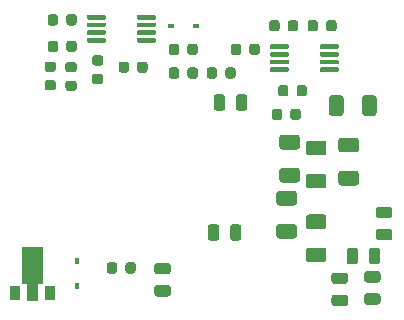
<source format=gbr>
%TF.GenerationSoftware,KiCad,Pcbnew,(5.1.6)-1*%
%TF.CreationDate,2021-07-30T20:13:56+02:00*%
%TF.ProjectId,mu-ltz,6d752d6c-747a-42e6-9b69-6361645f7063,rev?*%
%TF.SameCoordinates,Original*%
%TF.FileFunction,Paste,Top*%
%TF.FilePolarity,Positive*%
%FSLAX46Y46*%
G04 Gerber Fmt 4.6, Leading zero omitted, Abs format (unit mm)*
G04 Created by KiCad (PCBNEW (5.1.6)-1) date 2021-07-30 20:13:56*
%MOMM*%
%LPD*%
G01*
G04 APERTURE LIST*
%ADD10C,0.150000*%
%ADD11R,0.900000X1.300000*%
%ADD12R,0.600000X0.450000*%
%ADD13R,0.450000X0.600000*%
G04 APERTURE END LIST*
%TO.C,R10*%
G36*
G01*
X121150000Y-47743750D02*
X121150000Y-48256250D01*
G75*
G02*
X120931250Y-48475000I-218750J0D01*
G01*
X120493750Y-48475000D01*
G75*
G02*
X120275000Y-48256250I0J218750D01*
G01*
X120275000Y-47743750D01*
G75*
G02*
X120493750Y-47525000I218750J0D01*
G01*
X120931250Y-47525000D01*
G75*
G02*
X121150000Y-47743750I0J-218750D01*
G01*
G37*
G36*
G01*
X122725000Y-47743750D02*
X122725000Y-48256250D01*
G75*
G02*
X122506250Y-48475000I-218750J0D01*
G01*
X122068750Y-48475000D01*
G75*
G02*
X121850000Y-48256250I0J218750D01*
G01*
X121850000Y-47743750D01*
G75*
G02*
X122068750Y-47525000I218750J0D01*
G01*
X122506250Y-47525000D01*
G75*
G02*
X122725000Y-47743750I0J-218750D01*
G01*
G37*
%TD*%
D10*
%TO.C,Q1*%
G36*
X104366500Y-64700000D02*
G01*
X104366500Y-67825000D01*
X103950000Y-67825000D01*
X103950000Y-69300000D01*
X103050000Y-69300000D01*
X103050000Y-67825000D01*
X102633500Y-67825000D01*
X102633500Y-64700000D01*
X104366500Y-64700000D01*
G37*
D11*
X105000000Y-68650000D03*
X102000000Y-68650000D03*
%TD*%
%TO.C,C6*%
G36*
G01*
X132706250Y-67737500D02*
X131793750Y-67737500D01*
G75*
G02*
X131550000Y-67493750I0J243750D01*
G01*
X131550000Y-67006250D01*
G75*
G02*
X131793750Y-66762500I243750J0D01*
G01*
X132706250Y-66762500D01*
G75*
G02*
X132950000Y-67006250I0J-243750D01*
G01*
X132950000Y-67493750D01*
G75*
G02*
X132706250Y-67737500I-243750J0D01*
G01*
G37*
G36*
G01*
X132706250Y-69612500D02*
X131793750Y-69612500D01*
G75*
G02*
X131550000Y-69368750I0J243750D01*
G01*
X131550000Y-68881250D01*
G75*
G02*
X131793750Y-68637500I243750J0D01*
G01*
X132706250Y-68637500D01*
G75*
G02*
X132950000Y-68881250I0J-243750D01*
G01*
X132950000Y-69368750D01*
G75*
G02*
X132706250Y-69612500I-243750J0D01*
G01*
G37*
%TD*%
%TO.C,C8*%
G36*
G01*
X112350000Y-49756250D02*
X112350000Y-49243750D01*
G75*
G02*
X112568750Y-49025000I218750J0D01*
G01*
X113006250Y-49025000D01*
G75*
G02*
X113225000Y-49243750I0J-218750D01*
G01*
X113225000Y-49756250D01*
G75*
G02*
X113006250Y-49975000I-218750J0D01*
G01*
X112568750Y-49975000D01*
G75*
G02*
X112350000Y-49756250I0J218750D01*
G01*
G37*
G36*
G01*
X110775000Y-49756250D02*
X110775000Y-49243750D01*
G75*
G02*
X110993750Y-49025000I218750J0D01*
G01*
X111431250Y-49025000D01*
G75*
G02*
X111650000Y-49243750I0J-218750D01*
G01*
X111650000Y-49756250D01*
G75*
G02*
X111431250Y-49975000I-218750J0D01*
G01*
X110993750Y-49975000D01*
G75*
G02*
X110775000Y-49756250I0J218750D01*
G01*
G37*
%TD*%
%TO.C,U3*%
G36*
G01*
X127800000Y-47875000D02*
X127800000Y-47675000D01*
G75*
G02*
X127900000Y-47575000I100000J0D01*
G01*
X129325000Y-47575000D01*
G75*
G02*
X129425000Y-47675000I0J-100000D01*
G01*
X129425000Y-47875000D01*
G75*
G02*
X129325000Y-47975000I-100000J0D01*
G01*
X127900000Y-47975000D01*
G75*
G02*
X127800000Y-47875000I0J100000D01*
G01*
G37*
G36*
G01*
X127800000Y-48525000D02*
X127800000Y-48325000D01*
G75*
G02*
X127900000Y-48225000I100000J0D01*
G01*
X129325000Y-48225000D01*
G75*
G02*
X129425000Y-48325000I0J-100000D01*
G01*
X129425000Y-48525000D01*
G75*
G02*
X129325000Y-48625000I-100000J0D01*
G01*
X127900000Y-48625000D01*
G75*
G02*
X127800000Y-48525000I0J100000D01*
G01*
G37*
G36*
G01*
X127800000Y-49175000D02*
X127800000Y-48975000D01*
G75*
G02*
X127900000Y-48875000I100000J0D01*
G01*
X129325000Y-48875000D01*
G75*
G02*
X129425000Y-48975000I0J-100000D01*
G01*
X129425000Y-49175000D01*
G75*
G02*
X129325000Y-49275000I-100000J0D01*
G01*
X127900000Y-49275000D01*
G75*
G02*
X127800000Y-49175000I0J100000D01*
G01*
G37*
G36*
G01*
X127800000Y-49825000D02*
X127800000Y-49625000D01*
G75*
G02*
X127900000Y-49525000I100000J0D01*
G01*
X129325000Y-49525000D01*
G75*
G02*
X129425000Y-49625000I0J-100000D01*
G01*
X129425000Y-49825000D01*
G75*
G02*
X129325000Y-49925000I-100000J0D01*
G01*
X127900000Y-49925000D01*
G75*
G02*
X127800000Y-49825000I0J100000D01*
G01*
G37*
G36*
G01*
X123575000Y-49825000D02*
X123575000Y-49625000D01*
G75*
G02*
X123675000Y-49525000I100000J0D01*
G01*
X125100000Y-49525000D01*
G75*
G02*
X125200000Y-49625000I0J-100000D01*
G01*
X125200000Y-49825000D01*
G75*
G02*
X125100000Y-49925000I-100000J0D01*
G01*
X123675000Y-49925000D01*
G75*
G02*
X123575000Y-49825000I0J100000D01*
G01*
G37*
G36*
G01*
X123575000Y-49175000D02*
X123575000Y-48975000D01*
G75*
G02*
X123675000Y-48875000I100000J0D01*
G01*
X125100000Y-48875000D01*
G75*
G02*
X125200000Y-48975000I0J-100000D01*
G01*
X125200000Y-49175000D01*
G75*
G02*
X125100000Y-49275000I-100000J0D01*
G01*
X123675000Y-49275000D01*
G75*
G02*
X123575000Y-49175000I0J100000D01*
G01*
G37*
G36*
G01*
X123575000Y-48525000D02*
X123575000Y-48325000D01*
G75*
G02*
X123675000Y-48225000I100000J0D01*
G01*
X125100000Y-48225000D01*
G75*
G02*
X125200000Y-48325000I0J-100000D01*
G01*
X125200000Y-48525000D01*
G75*
G02*
X125100000Y-48625000I-100000J0D01*
G01*
X123675000Y-48625000D01*
G75*
G02*
X123575000Y-48525000I0J100000D01*
G01*
G37*
G36*
G01*
X123575000Y-47875000D02*
X123575000Y-47675000D01*
G75*
G02*
X123675000Y-47575000I100000J0D01*
G01*
X125100000Y-47575000D01*
G75*
G02*
X125200000Y-47675000I0J-100000D01*
G01*
X125200000Y-47875000D01*
G75*
G02*
X125100000Y-47975000I-100000J0D01*
G01*
X123675000Y-47975000D01*
G75*
G02*
X123575000Y-47875000I0J100000D01*
G01*
G37*
%TD*%
%TO.C,U2*%
G36*
G01*
X112300000Y-45375000D02*
X112300000Y-45175000D01*
G75*
G02*
X112400000Y-45075000I100000J0D01*
G01*
X113825000Y-45075000D01*
G75*
G02*
X113925000Y-45175000I0J-100000D01*
G01*
X113925000Y-45375000D01*
G75*
G02*
X113825000Y-45475000I-100000J0D01*
G01*
X112400000Y-45475000D01*
G75*
G02*
X112300000Y-45375000I0J100000D01*
G01*
G37*
G36*
G01*
X112300000Y-46025000D02*
X112300000Y-45825000D01*
G75*
G02*
X112400000Y-45725000I100000J0D01*
G01*
X113825000Y-45725000D01*
G75*
G02*
X113925000Y-45825000I0J-100000D01*
G01*
X113925000Y-46025000D01*
G75*
G02*
X113825000Y-46125000I-100000J0D01*
G01*
X112400000Y-46125000D01*
G75*
G02*
X112300000Y-46025000I0J100000D01*
G01*
G37*
G36*
G01*
X112300000Y-46675000D02*
X112300000Y-46475000D01*
G75*
G02*
X112400000Y-46375000I100000J0D01*
G01*
X113825000Y-46375000D01*
G75*
G02*
X113925000Y-46475000I0J-100000D01*
G01*
X113925000Y-46675000D01*
G75*
G02*
X113825000Y-46775000I-100000J0D01*
G01*
X112400000Y-46775000D01*
G75*
G02*
X112300000Y-46675000I0J100000D01*
G01*
G37*
G36*
G01*
X112300000Y-47325000D02*
X112300000Y-47125000D01*
G75*
G02*
X112400000Y-47025000I100000J0D01*
G01*
X113825000Y-47025000D01*
G75*
G02*
X113925000Y-47125000I0J-100000D01*
G01*
X113925000Y-47325000D01*
G75*
G02*
X113825000Y-47425000I-100000J0D01*
G01*
X112400000Y-47425000D01*
G75*
G02*
X112300000Y-47325000I0J100000D01*
G01*
G37*
G36*
G01*
X108075000Y-47325000D02*
X108075000Y-47125000D01*
G75*
G02*
X108175000Y-47025000I100000J0D01*
G01*
X109600000Y-47025000D01*
G75*
G02*
X109700000Y-47125000I0J-100000D01*
G01*
X109700000Y-47325000D01*
G75*
G02*
X109600000Y-47425000I-100000J0D01*
G01*
X108175000Y-47425000D01*
G75*
G02*
X108075000Y-47325000I0J100000D01*
G01*
G37*
G36*
G01*
X108075000Y-46675000D02*
X108075000Y-46475000D01*
G75*
G02*
X108175000Y-46375000I100000J0D01*
G01*
X109600000Y-46375000D01*
G75*
G02*
X109700000Y-46475000I0J-100000D01*
G01*
X109700000Y-46675000D01*
G75*
G02*
X109600000Y-46775000I-100000J0D01*
G01*
X108175000Y-46775000D01*
G75*
G02*
X108075000Y-46675000I0J100000D01*
G01*
G37*
G36*
G01*
X108075000Y-46025000D02*
X108075000Y-45825000D01*
G75*
G02*
X108175000Y-45725000I100000J0D01*
G01*
X109600000Y-45725000D01*
G75*
G02*
X109700000Y-45825000I0J-100000D01*
G01*
X109700000Y-46025000D01*
G75*
G02*
X109600000Y-46125000I-100000J0D01*
G01*
X108175000Y-46125000D01*
G75*
G02*
X108075000Y-46025000I0J100000D01*
G01*
G37*
G36*
G01*
X108075000Y-45375000D02*
X108075000Y-45175000D01*
G75*
G02*
X108175000Y-45075000I100000J0D01*
G01*
X109600000Y-45075000D01*
G75*
G02*
X109700000Y-45175000I0J-100000D01*
G01*
X109700000Y-45375000D01*
G75*
G02*
X109600000Y-45475000I-100000J0D01*
G01*
X108175000Y-45475000D01*
G75*
G02*
X108075000Y-45375000I0J100000D01*
G01*
G37*
%TD*%
%TO.C,R22*%
G36*
G01*
X129625000Y-58275000D02*
X130875000Y-58275000D01*
G75*
G02*
X131125000Y-58525000I0J-250000D01*
G01*
X131125000Y-59275000D01*
G75*
G02*
X130875000Y-59525000I-250000J0D01*
G01*
X129625000Y-59525000D01*
G75*
G02*
X129375000Y-59275000I0J250000D01*
G01*
X129375000Y-58525000D01*
G75*
G02*
X129625000Y-58275000I250000J0D01*
G01*
G37*
G36*
G01*
X129625000Y-55475000D02*
X130875000Y-55475000D01*
G75*
G02*
X131125000Y-55725000I0J-250000D01*
G01*
X131125000Y-56475000D01*
G75*
G02*
X130875000Y-56725000I-250000J0D01*
G01*
X129625000Y-56725000D01*
G75*
G02*
X129375000Y-56475000I0J250000D01*
G01*
X129375000Y-55725000D01*
G75*
G02*
X129625000Y-55475000I250000J0D01*
G01*
G37*
%TD*%
%TO.C,R21*%
G36*
G01*
X125875000Y-56475000D02*
X124625000Y-56475000D01*
G75*
G02*
X124375000Y-56225000I0J250000D01*
G01*
X124375000Y-55475000D01*
G75*
G02*
X124625000Y-55225000I250000J0D01*
G01*
X125875000Y-55225000D01*
G75*
G02*
X126125000Y-55475000I0J-250000D01*
G01*
X126125000Y-56225000D01*
G75*
G02*
X125875000Y-56475000I-250000J0D01*
G01*
G37*
G36*
G01*
X125875000Y-59275000D02*
X124625000Y-59275000D01*
G75*
G02*
X124375000Y-59025000I0J250000D01*
G01*
X124375000Y-58275000D01*
G75*
G02*
X124625000Y-58025000I250000J0D01*
G01*
X125875000Y-58025000D01*
G75*
G02*
X126125000Y-58275000I0J-250000D01*
G01*
X126125000Y-59025000D01*
G75*
G02*
X125875000Y-59275000I-250000J0D01*
G01*
G37*
%TD*%
%TO.C,R20*%
G36*
G01*
X131375000Y-53375000D02*
X131375000Y-52125000D01*
G75*
G02*
X131625000Y-51875000I250000J0D01*
G01*
X132375000Y-51875000D01*
G75*
G02*
X132625000Y-52125000I0J-250000D01*
G01*
X132625000Y-53375000D01*
G75*
G02*
X132375000Y-53625000I-250000J0D01*
G01*
X131625000Y-53625000D01*
G75*
G02*
X131375000Y-53375000I0J250000D01*
G01*
G37*
G36*
G01*
X128575000Y-53375000D02*
X128575000Y-52125000D01*
G75*
G02*
X128825000Y-51875000I250000J0D01*
G01*
X129575000Y-51875000D01*
G75*
G02*
X129825000Y-52125000I0J-250000D01*
G01*
X129825000Y-53375000D01*
G75*
G02*
X129575000Y-53625000I-250000J0D01*
G01*
X128825000Y-53625000D01*
G75*
G02*
X128575000Y-53375000I0J250000D01*
G01*
G37*
%TD*%
%TO.C,R18*%
G36*
G01*
X128125000Y-56975000D02*
X126875000Y-56975000D01*
G75*
G02*
X126625000Y-56725000I0J250000D01*
G01*
X126625000Y-55975000D01*
G75*
G02*
X126875000Y-55725000I250000J0D01*
G01*
X128125000Y-55725000D01*
G75*
G02*
X128375000Y-55975000I0J-250000D01*
G01*
X128375000Y-56725000D01*
G75*
G02*
X128125000Y-56975000I-250000J0D01*
G01*
G37*
G36*
G01*
X128125000Y-59775000D02*
X126875000Y-59775000D01*
G75*
G02*
X126625000Y-59525000I0J250000D01*
G01*
X126625000Y-58775000D01*
G75*
G02*
X126875000Y-58525000I250000J0D01*
G01*
X128125000Y-58525000D01*
G75*
G02*
X128375000Y-58775000I0J-250000D01*
G01*
X128375000Y-59525000D01*
G75*
G02*
X128125000Y-59775000I-250000J0D01*
G01*
G37*
%TD*%
%TO.C,R15*%
G36*
G01*
X125625000Y-61225000D02*
X124375000Y-61225000D01*
G75*
G02*
X124125000Y-60975000I0J250000D01*
G01*
X124125000Y-60225000D01*
G75*
G02*
X124375000Y-59975000I250000J0D01*
G01*
X125625000Y-59975000D01*
G75*
G02*
X125875000Y-60225000I0J-250000D01*
G01*
X125875000Y-60975000D01*
G75*
G02*
X125625000Y-61225000I-250000J0D01*
G01*
G37*
G36*
G01*
X125625000Y-64025000D02*
X124375000Y-64025000D01*
G75*
G02*
X124125000Y-63775000I0J250000D01*
G01*
X124125000Y-63025000D01*
G75*
G02*
X124375000Y-62775000I250000J0D01*
G01*
X125625000Y-62775000D01*
G75*
G02*
X125875000Y-63025000I0J-250000D01*
G01*
X125875000Y-63775000D01*
G75*
G02*
X125625000Y-64025000I-250000J0D01*
G01*
G37*
%TD*%
%TO.C,R14*%
G36*
G01*
X126875000Y-64775000D02*
X128125000Y-64775000D01*
G75*
G02*
X128375000Y-65025000I0J-250000D01*
G01*
X128375000Y-65775000D01*
G75*
G02*
X128125000Y-66025000I-250000J0D01*
G01*
X126875000Y-66025000D01*
G75*
G02*
X126625000Y-65775000I0J250000D01*
G01*
X126625000Y-65025000D01*
G75*
G02*
X126875000Y-64775000I250000J0D01*
G01*
G37*
G36*
G01*
X126875000Y-61975000D02*
X128125000Y-61975000D01*
G75*
G02*
X128375000Y-62225000I0J-250000D01*
G01*
X128375000Y-62975000D01*
G75*
G02*
X128125000Y-63225000I-250000J0D01*
G01*
X126875000Y-63225000D01*
G75*
G02*
X126625000Y-62975000I0J250000D01*
G01*
X126625000Y-62225000D01*
G75*
G02*
X126875000Y-61975000I250000J0D01*
G01*
G37*
%TD*%
%TO.C,R12*%
G36*
G01*
X125312500Y-53756250D02*
X125312500Y-53243750D01*
G75*
G02*
X125531250Y-53025000I218750J0D01*
G01*
X125968750Y-53025000D01*
G75*
G02*
X126187500Y-53243750I0J-218750D01*
G01*
X126187500Y-53756250D01*
G75*
G02*
X125968750Y-53975000I-218750J0D01*
G01*
X125531250Y-53975000D01*
G75*
G02*
X125312500Y-53756250I0J218750D01*
G01*
G37*
G36*
G01*
X123737500Y-53756250D02*
X123737500Y-53243750D01*
G75*
G02*
X123956250Y-53025000I218750J0D01*
G01*
X124393750Y-53025000D01*
G75*
G02*
X124612500Y-53243750I0J-218750D01*
G01*
X124612500Y-53756250D01*
G75*
G02*
X124393750Y-53975000I-218750J0D01*
G01*
X123956250Y-53975000D01*
G75*
G02*
X123737500Y-53756250I0J218750D01*
G01*
G37*
%TD*%
%TO.C,R7*%
G36*
G01*
X108743750Y-50062500D02*
X109256250Y-50062500D01*
G75*
G02*
X109475000Y-50281250I0J-218750D01*
G01*
X109475000Y-50718750D01*
G75*
G02*
X109256250Y-50937500I-218750J0D01*
G01*
X108743750Y-50937500D01*
G75*
G02*
X108525000Y-50718750I0J218750D01*
G01*
X108525000Y-50281250D01*
G75*
G02*
X108743750Y-50062500I218750J0D01*
G01*
G37*
G36*
G01*
X108743750Y-48487500D02*
X109256250Y-48487500D01*
G75*
G02*
X109475000Y-48706250I0J-218750D01*
G01*
X109475000Y-49143750D01*
G75*
G02*
X109256250Y-49362500I-218750J0D01*
G01*
X108743750Y-49362500D01*
G75*
G02*
X108525000Y-49143750I0J218750D01*
G01*
X108525000Y-48706250D01*
G75*
G02*
X108743750Y-48487500I218750J0D01*
G01*
G37*
%TD*%
%TO.C,R6*%
G36*
G01*
X111350000Y-66756250D02*
X111350000Y-66243750D01*
G75*
G02*
X111568750Y-66025000I218750J0D01*
G01*
X112006250Y-66025000D01*
G75*
G02*
X112225000Y-66243750I0J-218750D01*
G01*
X112225000Y-66756250D01*
G75*
G02*
X112006250Y-66975000I-218750J0D01*
G01*
X111568750Y-66975000D01*
G75*
G02*
X111350000Y-66756250I0J218750D01*
G01*
G37*
G36*
G01*
X109775000Y-66756250D02*
X109775000Y-66243750D01*
G75*
G02*
X109993750Y-66025000I218750J0D01*
G01*
X110431250Y-66025000D01*
G75*
G02*
X110650000Y-66243750I0J-218750D01*
G01*
X110650000Y-66756250D01*
G75*
G02*
X110431250Y-66975000I-218750J0D01*
G01*
X109993750Y-66975000D01*
G75*
G02*
X109775000Y-66756250I0J218750D01*
G01*
G37*
%TD*%
%TO.C,R5*%
G36*
G01*
X106493750Y-50637500D02*
X107006250Y-50637500D01*
G75*
G02*
X107225000Y-50856250I0J-218750D01*
G01*
X107225000Y-51293750D01*
G75*
G02*
X107006250Y-51512500I-218750J0D01*
G01*
X106493750Y-51512500D01*
G75*
G02*
X106275000Y-51293750I0J218750D01*
G01*
X106275000Y-50856250D01*
G75*
G02*
X106493750Y-50637500I218750J0D01*
G01*
G37*
G36*
G01*
X106493750Y-49062500D02*
X107006250Y-49062500D01*
G75*
G02*
X107225000Y-49281250I0J-218750D01*
G01*
X107225000Y-49718750D01*
G75*
G02*
X107006250Y-49937500I-218750J0D01*
G01*
X106493750Y-49937500D01*
G75*
G02*
X106275000Y-49718750I0J218750D01*
G01*
X106275000Y-49281250D01*
G75*
G02*
X106493750Y-49062500I218750J0D01*
G01*
G37*
%TD*%
%TO.C,R4*%
G36*
G01*
X114956250Y-67050000D02*
X114043750Y-67050000D01*
G75*
G02*
X113800000Y-66806250I0J243750D01*
G01*
X113800000Y-66318750D01*
G75*
G02*
X114043750Y-66075000I243750J0D01*
G01*
X114956250Y-66075000D01*
G75*
G02*
X115200000Y-66318750I0J-243750D01*
G01*
X115200000Y-66806250D01*
G75*
G02*
X114956250Y-67050000I-243750J0D01*
G01*
G37*
G36*
G01*
X114956250Y-68925000D02*
X114043750Y-68925000D01*
G75*
G02*
X113800000Y-68681250I0J243750D01*
G01*
X113800000Y-68193750D01*
G75*
G02*
X114043750Y-67950000I243750J0D01*
G01*
X114956250Y-67950000D01*
G75*
G02*
X115200000Y-68193750I0J-243750D01*
G01*
X115200000Y-68681250D01*
G75*
G02*
X114956250Y-68925000I-243750J0D01*
G01*
G37*
%TD*%
%TO.C,R3*%
G36*
G01*
X105650000Y-47493750D02*
X105650000Y-48006250D01*
G75*
G02*
X105431250Y-48225000I-218750J0D01*
G01*
X104993750Y-48225000D01*
G75*
G02*
X104775000Y-48006250I0J218750D01*
G01*
X104775000Y-47493750D01*
G75*
G02*
X104993750Y-47275000I218750J0D01*
G01*
X105431250Y-47275000D01*
G75*
G02*
X105650000Y-47493750I0J-218750D01*
G01*
G37*
G36*
G01*
X107225000Y-47493750D02*
X107225000Y-48006250D01*
G75*
G02*
X107006250Y-48225000I-218750J0D01*
G01*
X106568750Y-48225000D01*
G75*
G02*
X106350000Y-48006250I0J218750D01*
G01*
X106350000Y-47493750D01*
G75*
G02*
X106568750Y-47275000I218750J0D01*
G01*
X107006250Y-47275000D01*
G75*
G02*
X107225000Y-47493750I0J-218750D01*
G01*
G37*
%TD*%
%TO.C,R2*%
G36*
G01*
X119300000Y-63043750D02*
X119300000Y-63956250D01*
G75*
G02*
X119056250Y-64200000I-243750J0D01*
G01*
X118568750Y-64200000D01*
G75*
G02*
X118325000Y-63956250I0J243750D01*
G01*
X118325000Y-63043750D01*
G75*
G02*
X118568750Y-62800000I243750J0D01*
G01*
X119056250Y-62800000D01*
G75*
G02*
X119300000Y-63043750I0J-243750D01*
G01*
G37*
G36*
G01*
X121175000Y-63043750D02*
X121175000Y-63956250D01*
G75*
G02*
X120931250Y-64200000I-243750J0D01*
G01*
X120443750Y-64200000D01*
G75*
G02*
X120200000Y-63956250I0J243750D01*
G01*
X120200000Y-63043750D01*
G75*
G02*
X120443750Y-62800000I243750J0D01*
G01*
X120931250Y-62800000D01*
G75*
G02*
X121175000Y-63043750I0J-243750D01*
G01*
G37*
%TD*%
%TO.C,R1*%
G36*
G01*
X119800000Y-52043750D02*
X119800000Y-52956250D01*
G75*
G02*
X119556250Y-53200000I-243750J0D01*
G01*
X119068750Y-53200000D01*
G75*
G02*
X118825000Y-52956250I0J243750D01*
G01*
X118825000Y-52043750D01*
G75*
G02*
X119068750Y-51800000I243750J0D01*
G01*
X119556250Y-51800000D01*
G75*
G02*
X119800000Y-52043750I0J-243750D01*
G01*
G37*
G36*
G01*
X121675000Y-52043750D02*
X121675000Y-52956250D01*
G75*
G02*
X121431250Y-53200000I-243750J0D01*
G01*
X120943750Y-53200000D01*
G75*
G02*
X120700000Y-52956250I0J243750D01*
G01*
X120700000Y-52043750D01*
G75*
G02*
X120943750Y-51800000I243750J0D01*
G01*
X121431250Y-51800000D01*
G75*
G02*
X121675000Y-52043750I0J-243750D01*
G01*
G37*
%TD*%
D12*
%TO.C,D2*%
X115200000Y-46000000D03*
X117300000Y-46000000D03*
%TD*%
D13*
%TO.C,D1*%
X107250000Y-65950000D03*
X107250000Y-68050000D03*
%TD*%
%TO.C,C17*%
G36*
G01*
X125100000Y-46256250D02*
X125100000Y-45743750D01*
G75*
G02*
X125318750Y-45525000I218750J0D01*
G01*
X125756250Y-45525000D01*
G75*
G02*
X125975000Y-45743750I0J-218750D01*
G01*
X125975000Y-46256250D01*
G75*
G02*
X125756250Y-46475000I-218750J0D01*
G01*
X125318750Y-46475000D01*
G75*
G02*
X125100000Y-46256250I0J218750D01*
G01*
G37*
G36*
G01*
X123525000Y-46256250D02*
X123525000Y-45743750D01*
G75*
G02*
X123743750Y-45525000I218750J0D01*
G01*
X124181250Y-45525000D01*
G75*
G02*
X124400000Y-45743750I0J-218750D01*
G01*
X124400000Y-46256250D01*
G75*
G02*
X124181250Y-46475000I-218750J0D01*
G01*
X123743750Y-46475000D01*
G75*
G02*
X123525000Y-46256250I0J218750D01*
G01*
G37*
%TD*%
%TO.C,C16*%
G36*
G01*
X125850000Y-51756250D02*
X125850000Y-51243750D01*
G75*
G02*
X126068750Y-51025000I218750J0D01*
G01*
X126506250Y-51025000D01*
G75*
G02*
X126725000Y-51243750I0J-218750D01*
G01*
X126725000Y-51756250D01*
G75*
G02*
X126506250Y-51975000I-218750J0D01*
G01*
X126068750Y-51975000D01*
G75*
G02*
X125850000Y-51756250I0J218750D01*
G01*
G37*
G36*
G01*
X124275000Y-51756250D02*
X124275000Y-51243750D01*
G75*
G02*
X124493750Y-51025000I218750J0D01*
G01*
X124931250Y-51025000D01*
G75*
G02*
X125150000Y-51243750I0J-218750D01*
G01*
X125150000Y-51756250D01*
G75*
G02*
X124931250Y-51975000I-218750J0D01*
G01*
X124493750Y-51975000D01*
G75*
G02*
X124275000Y-51756250I0J218750D01*
G01*
G37*
%TD*%
%TO.C,C12*%
G36*
G01*
X128350000Y-46256250D02*
X128350000Y-45743750D01*
G75*
G02*
X128568750Y-45525000I218750J0D01*
G01*
X129006250Y-45525000D01*
G75*
G02*
X129225000Y-45743750I0J-218750D01*
G01*
X129225000Y-46256250D01*
G75*
G02*
X129006250Y-46475000I-218750J0D01*
G01*
X128568750Y-46475000D01*
G75*
G02*
X128350000Y-46256250I0J218750D01*
G01*
G37*
G36*
G01*
X126775000Y-46256250D02*
X126775000Y-45743750D01*
G75*
G02*
X126993750Y-45525000I218750J0D01*
G01*
X127431250Y-45525000D01*
G75*
G02*
X127650000Y-45743750I0J-218750D01*
G01*
X127650000Y-46256250D01*
G75*
G02*
X127431250Y-46475000I-218750J0D01*
G01*
X126993750Y-46475000D01*
G75*
G02*
X126775000Y-46256250I0J218750D01*
G01*
G37*
%TD*%
%TO.C,C5*%
G36*
G01*
X116600000Y-48256250D02*
X116600000Y-47743750D01*
G75*
G02*
X116818750Y-47525000I218750J0D01*
G01*
X117256250Y-47525000D01*
G75*
G02*
X117475000Y-47743750I0J-218750D01*
G01*
X117475000Y-48256250D01*
G75*
G02*
X117256250Y-48475000I-218750J0D01*
G01*
X116818750Y-48475000D01*
G75*
G02*
X116600000Y-48256250I0J218750D01*
G01*
G37*
G36*
G01*
X115025000Y-48256250D02*
X115025000Y-47743750D01*
G75*
G02*
X115243750Y-47525000I218750J0D01*
G01*
X115681250Y-47525000D01*
G75*
G02*
X115900000Y-47743750I0J-218750D01*
G01*
X115900000Y-48256250D01*
G75*
G02*
X115681250Y-48475000I-218750J0D01*
G01*
X115243750Y-48475000D01*
G75*
G02*
X115025000Y-48256250I0J218750D01*
G01*
G37*
%TD*%
%TO.C,C4*%
G36*
G01*
X105650000Y-45243750D02*
X105650000Y-45756250D01*
G75*
G02*
X105431250Y-45975000I-218750J0D01*
G01*
X104993750Y-45975000D01*
G75*
G02*
X104775000Y-45756250I0J218750D01*
G01*
X104775000Y-45243750D01*
G75*
G02*
X104993750Y-45025000I218750J0D01*
G01*
X105431250Y-45025000D01*
G75*
G02*
X105650000Y-45243750I0J-218750D01*
G01*
G37*
G36*
G01*
X107225000Y-45243750D02*
X107225000Y-45756250D01*
G75*
G02*
X107006250Y-45975000I-218750J0D01*
G01*
X106568750Y-45975000D01*
G75*
G02*
X106350000Y-45756250I0J218750D01*
G01*
X106350000Y-45243750D01*
G75*
G02*
X106568750Y-45025000I218750J0D01*
G01*
X107006250Y-45025000D01*
G75*
G02*
X107225000Y-45243750I0J-218750D01*
G01*
G37*
%TD*%
%TO.C,C3*%
G36*
G01*
X116600000Y-50256250D02*
X116600000Y-49743750D01*
G75*
G02*
X116818750Y-49525000I218750J0D01*
G01*
X117256250Y-49525000D01*
G75*
G02*
X117475000Y-49743750I0J-218750D01*
G01*
X117475000Y-50256250D01*
G75*
G02*
X117256250Y-50475000I-218750J0D01*
G01*
X116818750Y-50475000D01*
G75*
G02*
X116600000Y-50256250I0J218750D01*
G01*
G37*
G36*
G01*
X115025000Y-50256250D02*
X115025000Y-49743750D01*
G75*
G02*
X115243750Y-49525000I218750J0D01*
G01*
X115681250Y-49525000D01*
G75*
G02*
X115900000Y-49743750I0J-218750D01*
G01*
X115900000Y-50256250D01*
G75*
G02*
X115681250Y-50475000I-218750J0D01*
G01*
X115243750Y-50475000D01*
G75*
G02*
X115025000Y-50256250I0J218750D01*
G01*
G37*
%TD*%
%TO.C,C2*%
G36*
G01*
X104743750Y-50600000D02*
X105256250Y-50600000D01*
G75*
G02*
X105475000Y-50818750I0J-218750D01*
G01*
X105475000Y-51256250D01*
G75*
G02*
X105256250Y-51475000I-218750J0D01*
G01*
X104743750Y-51475000D01*
G75*
G02*
X104525000Y-51256250I0J218750D01*
G01*
X104525000Y-50818750D01*
G75*
G02*
X104743750Y-50600000I218750J0D01*
G01*
G37*
G36*
G01*
X104743750Y-49025000D02*
X105256250Y-49025000D01*
G75*
G02*
X105475000Y-49243750I0J-218750D01*
G01*
X105475000Y-49681250D01*
G75*
G02*
X105256250Y-49900000I-218750J0D01*
G01*
X104743750Y-49900000D01*
G75*
G02*
X104525000Y-49681250I0J218750D01*
G01*
X104525000Y-49243750D01*
G75*
G02*
X104743750Y-49025000I218750J0D01*
G01*
G37*
%TD*%
%TO.C,C1*%
G36*
G01*
X119812500Y-50256250D02*
X119812500Y-49743750D01*
G75*
G02*
X120031250Y-49525000I218750J0D01*
G01*
X120468750Y-49525000D01*
G75*
G02*
X120687500Y-49743750I0J-218750D01*
G01*
X120687500Y-50256250D01*
G75*
G02*
X120468750Y-50475000I-218750J0D01*
G01*
X120031250Y-50475000D01*
G75*
G02*
X119812500Y-50256250I0J218750D01*
G01*
G37*
G36*
G01*
X118237500Y-50256250D02*
X118237500Y-49743750D01*
G75*
G02*
X118456250Y-49525000I218750J0D01*
G01*
X118893750Y-49525000D01*
G75*
G02*
X119112500Y-49743750I0J-218750D01*
G01*
X119112500Y-50256250D01*
G75*
G02*
X118893750Y-50475000I-218750J0D01*
G01*
X118456250Y-50475000D01*
G75*
G02*
X118237500Y-50256250I0J218750D01*
G01*
G37*
%TD*%
%TO.C,C7*%
G36*
G01*
X132793750Y-63200000D02*
X133706250Y-63200000D01*
G75*
G02*
X133950000Y-63443750I0J-243750D01*
G01*
X133950000Y-63931250D01*
G75*
G02*
X133706250Y-64175000I-243750J0D01*
G01*
X132793750Y-64175000D01*
G75*
G02*
X132550000Y-63931250I0J243750D01*
G01*
X132550000Y-63443750D01*
G75*
G02*
X132793750Y-63200000I243750J0D01*
G01*
G37*
G36*
G01*
X132793750Y-61325000D02*
X133706250Y-61325000D01*
G75*
G02*
X133950000Y-61568750I0J-243750D01*
G01*
X133950000Y-62056250D01*
G75*
G02*
X133706250Y-62300000I-243750J0D01*
G01*
X132793750Y-62300000D01*
G75*
G02*
X132550000Y-62056250I0J243750D01*
G01*
X132550000Y-61568750D01*
G75*
G02*
X132793750Y-61325000I243750J0D01*
G01*
G37*
%TD*%
%TO.C,R8*%
G36*
G01*
X129043750Y-68762500D02*
X129956250Y-68762500D01*
G75*
G02*
X130200000Y-69006250I0J-243750D01*
G01*
X130200000Y-69493750D01*
G75*
G02*
X129956250Y-69737500I-243750J0D01*
G01*
X129043750Y-69737500D01*
G75*
G02*
X128800000Y-69493750I0J243750D01*
G01*
X128800000Y-69006250D01*
G75*
G02*
X129043750Y-68762500I243750J0D01*
G01*
G37*
G36*
G01*
X129043750Y-66887500D02*
X129956250Y-66887500D01*
G75*
G02*
X130200000Y-67131250I0J-243750D01*
G01*
X130200000Y-67618750D01*
G75*
G02*
X129956250Y-67862500I-243750J0D01*
G01*
X129043750Y-67862500D01*
G75*
G02*
X128800000Y-67618750I0J243750D01*
G01*
X128800000Y-67131250D01*
G75*
G02*
X129043750Y-66887500I243750J0D01*
G01*
G37*
%TD*%
%TO.C,R9*%
G36*
G01*
X131050000Y-65043750D02*
X131050000Y-65956250D01*
G75*
G02*
X130806250Y-66200000I-243750J0D01*
G01*
X130318750Y-66200000D01*
G75*
G02*
X130075000Y-65956250I0J243750D01*
G01*
X130075000Y-65043750D01*
G75*
G02*
X130318750Y-64800000I243750J0D01*
G01*
X130806250Y-64800000D01*
G75*
G02*
X131050000Y-65043750I0J-243750D01*
G01*
G37*
G36*
G01*
X132925000Y-65043750D02*
X132925000Y-65956250D01*
G75*
G02*
X132681250Y-66200000I-243750J0D01*
G01*
X132193750Y-66200000D01*
G75*
G02*
X131950000Y-65956250I0J243750D01*
G01*
X131950000Y-65043750D01*
G75*
G02*
X132193750Y-64800000I243750J0D01*
G01*
X132681250Y-64800000D01*
G75*
G02*
X132925000Y-65043750I0J-243750D01*
G01*
G37*
%TD*%
M02*

</source>
